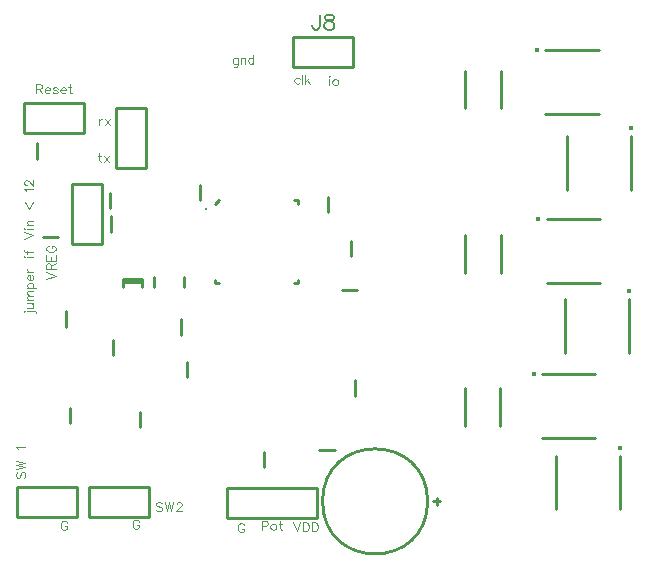
<source format=gto>
G04 DipTrace 3.0.0.1*
G04 stspin32f0.GTO*
%MOIN*%
G04 #@! TF.FileFunction,Legend,Top*
G04 #@! TF.Part,Single*
%ADD10C,0.009843*%
%ADD27C,0.015742*%
%ADD30C,0.015759*%
%ADD35C,0.011802*%
%ADD85C,0.00772*%
%ADD86C,0.004632*%
%FSLAX26Y26*%
G04*
G70*
G90*
G75*
G01*
G04 TopSilk*
%LPD*%
X758717Y1485475D2*
D10*
Y1536617D1*
X1533343Y1211823D2*
X1584484D1*
X1564869Y1324400D2*
Y1375542D1*
X1485790Y1471430D2*
Y1522572D1*
X763665Y1406101D2*
Y1457243D1*
X1061804Y1562245D2*
Y1511104D1*
X995332Y1114976D2*
Y1063835D1*
X587867Y1388991D2*
X536726D1*
X1015396Y972406D2*
Y921264D1*
X1850162Y519308D2*
Y495692D1*
X1861959Y507500D2*
X1838326D1*
X1468742D2*
G02X1468742Y507500I175198J0D01*
G01*
X515839Y1649920D2*
Y1701062D1*
X1575356Y860157D2*
Y911299D1*
X614906Y1089518D2*
Y1140660D1*
X626448Y819130D2*
Y767988D1*
X861966Y805365D2*
Y754223D1*
X1275201Y673563D2*
Y622421D1*
X867902Y1247307D2*
Y1223748D1*
X804972Y1247307D2*
Y1223748D1*
Y1239893D2*
X867902D1*
X804972Y1247342D2*
X867902D1*
X768709Y1046121D2*
Y994979D1*
X1509243Y677564D2*
X1458101D1*
X632997Y1365739D2*
X732997D1*
X632997Y1565739D2*
Y1365739D1*
Y1565739D2*
X732997D1*
Y1365739D1*
X879660Y1819243D2*
X779660D1*
X879660Y1619243D2*
Y1819243D1*
Y1619243D2*
X779660D1*
Y1819243D1*
X1449776Y552849D2*
Y452849D1*
X1149776D1*
Y552849D2*
Y452849D1*
X1449776Y552849D2*
X1149776D1*
X650655Y456615D2*
Y556615D1*
X450655Y456615D2*
X650655D1*
X450655D2*
Y556615D1*
X650655D1*
X889990Y456933D2*
Y556933D1*
X689990Y456933D2*
X889990D1*
X689990D2*
Y556933D1*
X889990D1*
X673060Y1734294D2*
Y1834294D1*
X473060Y1734294D2*
X673060D1*
X473060D2*
Y1834294D1*
X673060D1*
X1005583Y1222584D2*
Y1254069D1*
X907150Y1222584D2*
Y1254069D1*
X2489127Y1180860D2*
Y1003690D1*
X2276525Y1180860D2*
Y1003690D1*
D27*
X2489127Y1208404D3*
X2215789Y1448040D2*
D10*
X2392960D1*
X2215789Y1235438D2*
X2392960D1*
D30*
X2188245Y1448040D3*
X2497676Y1723921D2*
D10*
Y1546750D1*
X2285075Y1723921D2*
Y1546750D1*
D27*
X2497676Y1751465D3*
X2211612Y2010756D2*
D10*
X2388783D1*
X2211612Y1798155D2*
X2388783D1*
D30*
X2184068Y2010756D3*
X2461150Y658708D2*
D10*
Y481537D1*
X2248549Y658708D2*
Y481537D1*
D27*
X2461150Y686252D3*
X2200648Y933112D2*
D10*
X2377818D1*
X2200648Y720510D2*
X2377818D1*
D30*
X2173103Y933112D3*
X1944399Y1817429D2*
D10*
Y1943287D1*
X2062572Y1817429D2*
Y1943287D1*
X1944882Y1268093D2*
Y1393951D1*
X2063055Y1268093D2*
Y1393951D1*
X1943652Y758522D2*
Y884381D1*
X2061825Y758522D2*
Y884381D1*
X1111198Y1246973D2*
Y1235165D1*
X1123000D1*
X1386785Y1510748D2*
X1374983D1*
X1386785D2*
Y1498940D1*
X1374983Y1235165D2*
X1386785D1*
Y1246973D2*
Y1235165D1*
X1111198Y1498940D2*
X1123000Y1510748D1*
D35*
X1078702Y1481228D3*
X1371306Y2056782D2*
D10*
Y1956782D1*
X1571306Y2056782D2*
X1371306D1*
X1571306D2*
Y1956782D1*
X1371306D1*
X1458833Y2130005D2*
D85*
Y2091759D1*
X1456456Y2084574D1*
X1454025Y2082197D1*
X1449271Y2079765D1*
X1444463D1*
X1439710Y2082197D1*
X1437333Y2084574D1*
X1434901Y2091759D1*
Y2096512D1*
X1486210Y2129950D2*
X1479081Y2127573D1*
X1476649Y2122820D1*
Y2118012D1*
X1479081Y2113259D1*
X1483834Y2110827D1*
X1493395Y2108450D1*
X1500581Y2106074D1*
X1505334Y2101265D1*
X1507710Y2096512D1*
Y2089327D1*
X1505334Y2084574D1*
X1502957Y2082142D1*
X1495772Y2079765D1*
X1486210D1*
X1479081Y2082142D1*
X1476649Y2084574D1*
X1474272Y2089327D1*
Y2096512D1*
X1476649Y2101265D1*
X1481457Y2106074D1*
X1488587Y2108450D1*
X1498149Y2110827D1*
X1502957Y2113259D1*
X1505334Y2118012D1*
Y2122820D1*
X1502957Y2127573D1*
X1495772Y2129950D1*
X1486210D1*
X548641Y1248941D2*
D86*
X578785Y1260415D1*
X548641Y1271889D1*
X563000Y1281152D2*
Y1294052D1*
X561541Y1298363D1*
X560115Y1299822D1*
X557263Y1301248D1*
X554378D1*
X551526Y1299822D1*
X550067Y1298363D1*
X548641Y1294052D1*
Y1281152D1*
X578785D1*
X563000Y1291200D2*
X578785Y1301248D1*
X548641Y1329148D2*
Y1310512D1*
X578785D1*
Y1329148D1*
X563000Y1310512D2*
Y1321986D1*
X555804Y1359934D2*
X552952Y1358508D1*
X550067Y1355623D1*
X548641Y1352771D1*
Y1347034D1*
X550067Y1344149D1*
X552952Y1341297D1*
X555804Y1339838D1*
X560115Y1338412D1*
X567311D1*
X571589Y1339838D1*
X574474Y1341297D1*
X577326Y1344149D1*
X578785Y1347034D1*
Y1352771D1*
X577326Y1355623D1*
X574474Y1358508D1*
X571589Y1359934D1*
X567311D1*
Y1352771D1*
X1265935Y427112D2*
X1278868D1*
X1283146Y428538D1*
X1284605Y429997D1*
X1286031Y432849D1*
Y437160D1*
X1284605Y440012D1*
X1283146Y441471D1*
X1278868Y442897D1*
X1265935D1*
Y412753D1*
X1302458Y432849D2*
X1299606Y431423D1*
X1296721Y428538D1*
X1295295Y424227D1*
Y421375D1*
X1296721Y417064D1*
X1299606Y414212D1*
X1302458Y412753D1*
X1306769D1*
X1309654Y414212D1*
X1312506Y417064D1*
X1313965Y421375D1*
Y424227D1*
X1312506Y428538D1*
X1309654Y431423D1*
X1306769Y432849D1*
X1302458D1*
X1327539Y442897D2*
Y418490D1*
X1328965Y414212D1*
X1331851Y412753D1*
X1334702D1*
X1323228Y432849D2*
X1333276D1*
X1208071Y427813D2*
X1206645Y430665D1*
X1203760Y433550D1*
X1200909Y434976D1*
X1195172D1*
X1192286Y433550D1*
X1189435Y430665D1*
X1187975Y427813D1*
X1186549Y423502D1*
Y416306D1*
X1187975Y412028D1*
X1189435Y409143D1*
X1192286Y406291D1*
X1195172Y404832D1*
X1200909D1*
X1203760Y406291D1*
X1206645Y409143D1*
X1208071Y412028D1*
Y416306D1*
X1200909D1*
X1371047Y438266D2*
X1382521Y408122D1*
X1393995Y438266D1*
X1403258D2*
Y408122D1*
X1413306D1*
X1417617Y409581D1*
X1420502Y412433D1*
X1421928Y415318D1*
X1423354Y419596D1*
Y426792D1*
X1421928Y431103D1*
X1420502Y433955D1*
X1417617Y436840D1*
X1413306Y438266D1*
X1403258D1*
X1432618D2*
Y408122D1*
X1442666D1*
X1446977Y409581D1*
X1449862Y412433D1*
X1451288Y415318D1*
X1452714Y419596D1*
Y426792D1*
X1451288Y431103D1*
X1449862Y433955D1*
X1446977Y436840D1*
X1442666Y438266D1*
X1432618D1*
X451814Y605786D2*
X448929Y602934D1*
X447503Y598623D1*
Y592886D1*
X448929Y588575D1*
X451814Y585690D1*
X454666D1*
X457551Y587149D1*
X458977Y588575D1*
X460403Y591427D1*
X463288Y600049D1*
X464714Y602934D1*
X466173Y604360D1*
X469025Y605786D1*
X473336D1*
X476188Y602934D1*
X477647Y598623D1*
Y592886D1*
X476188Y588575D1*
X473336Y585690D1*
X447503Y615050D2*
X477647Y622246D1*
X447503Y629409D1*
X477647Y636571D1*
X447503Y643768D1*
X453273Y682192D2*
X451814Y685077D1*
X447537Y689388D1*
X477647D1*
X933535Y500848D2*
X930683Y503733D1*
X926372Y505159D1*
X920635D1*
X916324Y503733D1*
X913439Y500848D1*
Y497996D1*
X914898Y495111D1*
X916324Y493685D1*
X919176Y492260D1*
X927798Y489374D1*
X930683Y487948D1*
X932109Y486489D1*
X933535Y483637D1*
Y479326D1*
X930683Y476475D1*
X926372Y475015D1*
X920635D1*
X916324Y476475D1*
X913439Y479326D1*
X942799Y505159D2*
X949995Y475015D1*
X957158Y505159D1*
X964321Y475015D1*
X971517Y505159D1*
X982240Y497963D2*
Y499389D1*
X983665Y502274D1*
X985091Y503700D1*
X987976Y505126D1*
X993713D1*
X996565Y503700D1*
X997991Y502274D1*
X999450Y499389D1*
Y496537D1*
X997991Y493652D1*
X995139Y489374D1*
X980780Y475015D1*
X1000876D1*
X857211Y439418D2*
X855785Y442270D1*
X852900Y445155D1*
X850048Y446581D1*
X844311D1*
X841426Y445155D1*
X838574Y442270D1*
X837115Y439418D1*
X835689Y435107D1*
Y427911D1*
X837115Y423633D1*
X838574Y420748D1*
X841426Y417896D1*
X844311Y416437D1*
X850048D1*
X852900Y417896D1*
X855785Y420748D1*
X857211Y423633D1*
Y427911D1*
X850048D1*
X617724Y435617D2*
X616298Y438469D1*
X613413Y441354D1*
X610561Y442780D1*
X604824D1*
X601939Y441354D1*
X599087Y438469D1*
X597628Y435617D1*
X596202Y431306D1*
Y424110D1*
X597628Y419832D1*
X599087Y416947D1*
X601939Y414095D1*
X604824Y412636D1*
X610561D1*
X613413Y414095D1*
X616298Y416947D1*
X617724Y419832D1*
Y424110D1*
X610561D1*
X475011Y1140199D2*
X476437Y1141658D1*
X475011Y1143084D1*
X473585Y1141658D1*
X475011Y1140199D1*
X485059Y1141658D2*
X509466D1*
X513777Y1140199D1*
X515203Y1137347D1*
Y1134462D1*
X485092Y1152347D2*
X499451D1*
X503729Y1153773D1*
X505188Y1156658D1*
Y1160969D1*
X503729Y1163821D1*
X499451Y1168132D1*
X485092D2*
X505188D1*
X485092Y1177396D2*
X505188D1*
X490829D2*
X486518Y1181707D1*
X485092Y1184592D1*
Y1188870D1*
X486518Y1191755D1*
X490829Y1193181D1*
X505188D1*
X490829D2*
X486518Y1197492D1*
X485092Y1200377D1*
Y1204655D1*
X486518Y1207540D1*
X490829Y1208999D1*
X505188D1*
X485092Y1218262D2*
X515236D1*
X489403D2*
X486551Y1221147D1*
X485092Y1223999D1*
Y1228310D1*
X486551Y1231195D1*
X489403Y1234047D1*
X493714Y1235506D1*
X496599D1*
X500877Y1234047D1*
X503762Y1231195D1*
X505188Y1228310D1*
Y1223999D1*
X503762Y1221147D1*
X500877Y1218262D1*
X493714Y1244770D2*
Y1261981D1*
X490829D1*
X487944Y1260555D1*
X486518Y1259129D1*
X485092Y1256244D1*
Y1251933D1*
X486518Y1249081D1*
X489403Y1246196D1*
X493714Y1244770D1*
X496566D1*
X500877Y1246196D1*
X503729Y1249081D1*
X505188Y1251933D1*
Y1256244D1*
X503729Y1259129D1*
X500877Y1261981D1*
X485092Y1271244D2*
X505188D1*
X493714D2*
X489403Y1272704D1*
X486518Y1275555D1*
X485092Y1278441D1*
Y1282752D1*
X475044Y1321176D2*
X476470Y1322602D1*
X475044Y1324061D1*
X473585Y1322602D1*
X475044Y1321176D1*
X485092Y1322602D2*
X505188D1*
X475044Y1344798D2*
Y1341946D1*
X476470Y1339061D1*
X480781Y1337635D1*
X505188D1*
X485092Y1333324D2*
Y1343372D1*
X475044Y1383222D2*
X505188Y1394696D1*
X475044Y1406170D1*
Y1415434D2*
X476470Y1416860D1*
X475044Y1418319D1*
X473585Y1416860D1*
X475044Y1415434D1*
X485092Y1416860D2*
X505188D1*
X485092Y1427582D2*
X505188D1*
X490829D2*
X486518Y1431894D1*
X485092Y1434779D1*
Y1439056D1*
X486518Y1441942D1*
X490829Y1443367D1*
X505188D1*
X477216Y1504740D2*
X490149Y1481792D1*
X503049Y1504740D1*
X480814Y1543164D2*
X479355Y1546049D1*
X475077Y1550360D1*
X505188D1*
X482240Y1561082D2*
X480814D1*
X477929Y1562508D1*
X476503Y1563934D1*
X475077Y1566819D1*
Y1572556D1*
X476503Y1575408D1*
X477929Y1576834D1*
X480814Y1578293D1*
X483666D1*
X486551Y1576834D1*
X490829Y1573982D1*
X505188Y1559623D1*
Y1579719D1*
X514300Y1883719D2*
X527200D1*
X531511Y1885178D1*
X532970Y1886604D1*
X534396Y1889456D1*
Y1892341D1*
X532970Y1895193D1*
X531511Y1896652D1*
X527200Y1898078D1*
X514300D1*
Y1867934D1*
X524348Y1883719D2*
X534396Y1867934D1*
X543660Y1879408D2*
X560871D1*
Y1882293D1*
X559445Y1885178D1*
X558019Y1886604D1*
X555134Y1888030D1*
X550823D1*
X547971Y1886604D1*
X545086Y1883719D1*
X543660Y1879408D1*
Y1876556D1*
X545086Y1872245D1*
X547971Y1869393D1*
X550823Y1867934D1*
X555134D1*
X558019Y1869393D1*
X560871Y1872245D1*
X585919Y1883719D2*
X584493Y1886604D1*
X580182Y1888030D1*
X575871D1*
X571560Y1886604D1*
X570134Y1883719D1*
X571560Y1880867D1*
X574445Y1879408D1*
X581608Y1877982D1*
X584493Y1876556D1*
X585919Y1873671D1*
Y1872245D1*
X584493Y1869393D1*
X580182Y1867934D1*
X575871D1*
X571560Y1869393D1*
X570134Y1872245D1*
X595183Y1879408D2*
X612394D1*
Y1882293D1*
X610968Y1885178D1*
X609542Y1886604D1*
X606657Y1888030D1*
X602346D1*
X599494Y1886604D1*
X596609Y1883719D1*
X595183Y1879408D1*
Y1876556D1*
X596609Y1872245D1*
X599494Y1869393D1*
X602346Y1867934D1*
X606657D1*
X609542Y1869393D1*
X612394Y1872245D1*
X625968Y1898078D2*
Y1873671D1*
X627394Y1869393D1*
X630279Y1867934D1*
X633131D1*
X621657Y1888030D2*
X631705D1*
X1489312Y1925048D2*
X1490738Y1923622D1*
X1492197Y1925048D1*
X1490738Y1926507D1*
X1489312Y1925048D1*
X1490738Y1915000D2*
Y1894904D1*
X1508623Y1915000D2*
X1505772Y1913574D1*
X1502887Y1910689D1*
X1501461Y1906378D1*
Y1903526D1*
X1502887Y1899215D1*
X1505772Y1896363D1*
X1508623Y1894904D1*
X1512935D1*
X1515820Y1896363D1*
X1518672Y1899215D1*
X1520131Y1903526D1*
Y1906378D1*
X1518672Y1910689D1*
X1515820Y1913574D1*
X1512935Y1915000D1*
X1508623D1*
X1392244Y1915413D2*
X1389359Y1918298D1*
X1386474Y1919724D1*
X1382196D1*
X1379311Y1918298D1*
X1376459Y1915413D1*
X1375000Y1911102D1*
Y1908250D1*
X1376459Y1903939D1*
X1379311Y1901087D1*
X1382196Y1899628D1*
X1386474D1*
X1389359Y1901087D1*
X1392244Y1903939D1*
X1401507Y1929772D2*
Y1899628D1*
X1410771Y1929772D2*
Y1899628D1*
X1425130Y1919724D2*
X1410771Y1905365D1*
X1416508Y1911102D2*
X1426556Y1899628D1*
X1186254Y1985427D2*
Y1962446D1*
X1184828Y1958168D1*
X1183402Y1956709D1*
X1180517Y1955283D1*
X1176206D1*
X1173354Y1956709D1*
X1186254Y1981116D2*
X1183402Y1983968D1*
X1180517Y1985427D1*
X1176206D1*
X1173354Y1983968D1*
X1170469Y1981116D1*
X1169043Y1976805D1*
Y1973920D1*
X1170469Y1969642D1*
X1173354Y1966757D1*
X1176206Y1965331D1*
X1180517D1*
X1183402Y1966757D1*
X1186254Y1969642D1*
X1195517Y1986853D2*
Y1966757D1*
Y1981116D2*
X1199828Y1985427D1*
X1202713Y1986853D1*
X1206991D1*
X1209876Y1985427D1*
X1211302Y1981116D1*
Y1966757D1*
X1237777Y1996901D2*
Y1966757D1*
Y1982542D2*
X1234925Y1985427D1*
X1232040Y1986853D1*
X1227729D1*
X1224877Y1985427D1*
X1221992Y1982542D1*
X1220566Y1978231D1*
Y1975379D1*
X1221992Y1971068D1*
X1224877Y1968216D1*
X1227729Y1966757D1*
X1232040D1*
X1234925Y1968216D1*
X1237777Y1971068D1*
X724703Y1669775D2*
Y1645368D1*
X726129Y1641090D1*
X729014Y1639631D1*
X731866D1*
X720392Y1659727D2*
X730440D1*
X741130D2*
X756914Y1639631D1*
Y1659727D2*
X741130Y1639631D1*
X722811Y1780639D2*
Y1760543D1*
Y1772017D2*
X724270Y1776328D1*
X727122Y1779213D1*
X730007Y1780639D1*
X734318D1*
X743581D2*
X759366Y1760543D1*
Y1780639D2*
X743581Y1760543D1*
M02*

</source>
